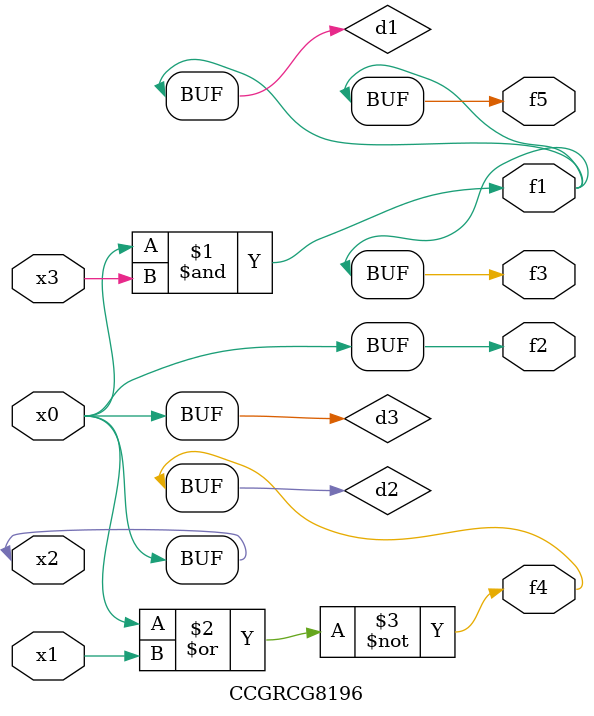
<source format=v>
module CCGRCG8196(
	input x0, x1, x2, x3,
	output f1, f2, f3, f4, f5
);

	wire d1, d2, d3;

	and (d1, x2, x3);
	nor (d2, x0, x1);
	buf (d3, x0, x2);
	assign f1 = d1;
	assign f2 = d3;
	assign f3 = d1;
	assign f4 = d2;
	assign f5 = d1;
endmodule

</source>
